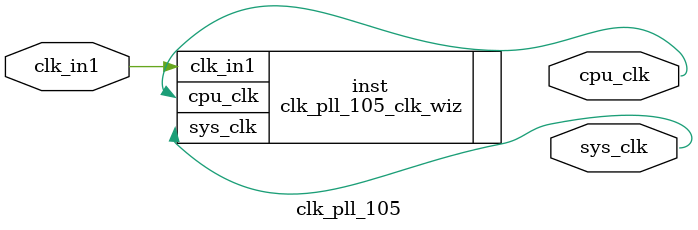
<source format=v>


`timescale 1ps/1ps

(* CORE_GENERATION_INFO = "clk_pll_105,clk_wiz_v6_0_4_0_0,{component_name=clk_pll_105,use_phase_alignment=true,use_min_o_jitter=false,use_max_i_jitter=false,use_dyn_phase_shift=false,use_inclk_switchover=false,use_dyn_reconfig=false,enable_axi=0,feedback_source=FDBK_AUTO,PRIMITIVE=PLL,num_out_clk=2,clkin1_period=10.000,clkin2_period=10.000,use_power_down=false,use_reset=false,use_locked=false,use_inclk_stopped=false,feedback_type=SINGLE,CLOCK_MGR_TYPE=NA,manual_override=false}" *)

module clk_pll_105 
 (
  // Clock out ports
  output        cpu_clk,
  output        sys_clk,
 // Clock in ports
  input         clk_in1
 );

  clk_pll_105_clk_wiz inst
  (
  // Clock out ports  
  .cpu_clk(cpu_clk),
  .sys_clk(sys_clk),
 // Clock in ports
  .clk_in1(clk_in1)
  );

endmodule

</source>
